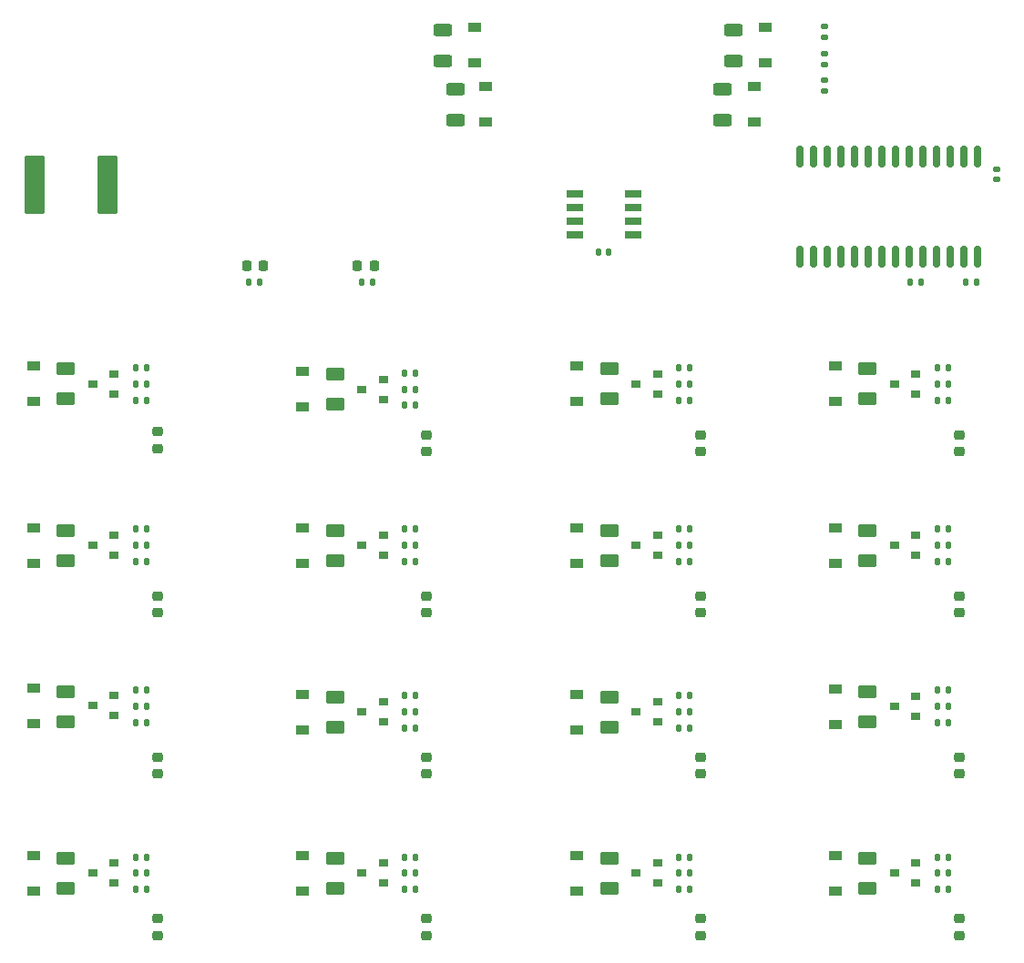
<source format=gbr>
G04 #@! TF.GenerationSoftware,KiCad,Pcbnew,(6.0.0)*
G04 #@! TF.CreationDate,2022-04-14T19:32:56-07:00*
G04 #@! TF.ProjectId,SolenoidController,536f6c65-6e6f-4696-9443-6f6e74726f6c,rev?*
G04 #@! TF.SameCoordinates,Original*
G04 #@! TF.FileFunction,Paste,Top*
G04 #@! TF.FilePolarity,Positive*
%FSLAX46Y46*%
G04 Gerber Fmt 4.6, Leading zero omitted, Abs format (unit mm)*
G04 Created by KiCad (PCBNEW (6.0.0)) date 2022-04-14 19:32:56*
%MOMM*%
%LPD*%
G01*
G04 APERTURE LIST*
G04 Aperture macros list*
%AMRoundRect*
0 Rectangle with rounded corners*
0 $1 Rounding radius*
0 $2 $3 $4 $5 $6 $7 $8 $9 X,Y pos of 4 corners*
0 Add a 4 corners polygon primitive as box body*
4,1,4,$2,$3,$4,$5,$6,$7,$8,$9,$2,$3,0*
0 Add four circle primitives for the rounded corners*
1,1,$1+$1,$2,$3*
1,1,$1+$1,$4,$5*
1,1,$1+$1,$6,$7*
1,1,$1+$1,$8,$9*
0 Add four rect primitives between the rounded corners*
20,1,$1+$1,$2,$3,$4,$5,0*
20,1,$1+$1,$4,$5,$6,$7,0*
20,1,$1+$1,$6,$7,$8,$9,0*
20,1,$1+$1,$8,$9,$2,$3,0*%
G04 Aperture macros list end*
%ADD10RoundRect,0.140000X-0.170000X0.140000X-0.170000X-0.140000X0.170000X-0.140000X0.170000X0.140000X0*%
%ADD11RoundRect,0.140000X0.140000X0.170000X-0.140000X0.170000X-0.140000X-0.170000X0.140000X-0.170000X0*%
%ADD12RoundRect,0.218750X-0.218750X-0.256250X0.218750X-0.256250X0.218750X0.256250X-0.218750X0.256250X0*%
%ADD13RoundRect,0.218750X0.218750X0.256250X-0.218750X0.256250X-0.218750X-0.256250X0.218750X-0.256250X0*%
%ADD14R,1.200000X0.900000*%
%ADD15RoundRect,0.218750X-0.256250X0.218750X-0.256250X-0.218750X0.256250X-0.218750X0.256250X0.218750X0*%
%ADD16RoundRect,0.250000X0.712500X2.475000X-0.712500X2.475000X-0.712500X-2.475000X0.712500X-2.475000X0*%
%ADD17RoundRect,0.250000X-0.625000X0.375000X-0.625000X-0.375000X0.625000X-0.375000X0.625000X0.375000X0*%
%ADD18R,0.900000X0.800000*%
%ADD19RoundRect,0.135000X0.135000X0.185000X-0.135000X0.185000X-0.135000X-0.185000X0.135000X-0.185000X0*%
%ADD20RoundRect,0.135000X-0.135000X-0.185000X0.135000X-0.185000X0.135000X0.185000X-0.135000X0.185000X0*%
%ADD21RoundRect,0.135000X0.185000X-0.135000X0.185000X0.135000X-0.185000X0.135000X-0.185000X-0.135000X0*%
%ADD22RoundRect,0.250000X0.625000X-0.312500X0.625000X0.312500X-0.625000X0.312500X-0.625000X-0.312500X0*%
%ADD23RoundRect,0.250000X-0.625000X0.312500X-0.625000X-0.312500X0.625000X-0.312500X0.625000X0.312500X0*%
%ADD24R,1.550000X0.700000*%
%ADD25RoundRect,0.150000X0.150000X-0.875000X0.150000X0.875000X-0.150000X0.875000X-0.150000X-0.875000X0*%
G04 APERTURE END LIST*
D10*
X146000000Y-67520000D03*
X146000000Y-68480000D03*
D11*
X109980000Y-75250000D03*
X109020000Y-75250000D03*
D12*
X76312500Y-76490000D03*
X77887500Y-76490000D03*
D13*
X88157500Y-76500000D03*
X86582500Y-76500000D03*
D14*
X124500000Y-54350000D03*
X124500000Y-57650000D03*
X123500000Y-63150000D03*
X123500000Y-59850000D03*
X98500000Y-63150000D03*
X98500000Y-59850000D03*
X97500000Y-54350000D03*
X97500000Y-57650000D03*
D15*
X68000000Y-137212500D03*
X68000000Y-138787500D03*
X68000000Y-122212500D03*
X68000000Y-123787500D03*
X68000000Y-107212500D03*
X68000000Y-108787500D03*
X68000000Y-91925000D03*
X68000000Y-93500000D03*
D14*
X56500000Y-131350000D03*
X56500000Y-134650000D03*
X56500000Y-115770000D03*
X56500000Y-119070000D03*
X56500000Y-100850000D03*
X56500000Y-104150000D03*
X56500000Y-85850000D03*
X56500000Y-89150000D03*
D15*
X93000000Y-137212500D03*
X93000000Y-138787500D03*
X93000000Y-122212500D03*
X93000000Y-123787500D03*
X93000000Y-107212500D03*
X93000000Y-108787500D03*
X93000000Y-92212500D03*
X93000000Y-93787500D03*
D14*
X81500000Y-131350000D03*
X81500000Y-134650000D03*
X81500000Y-116350000D03*
X81500000Y-119650000D03*
X81500000Y-100850000D03*
X81500000Y-104150000D03*
X81500000Y-86350000D03*
X81500000Y-89650000D03*
D15*
X118500000Y-137212500D03*
X118500000Y-138787500D03*
X118500000Y-122212500D03*
X118500000Y-123787500D03*
X118500000Y-107212500D03*
X118500000Y-108787500D03*
X118500000Y-92212500D03*
X118500000Y-93787500D03*
D14*
X107000000Y-131350000D03*
X107000000Y-134650000D03*
X107000000Y-116350000D03*
X107000000Y-119650000D03*
X107000000Y-100850000D03*
X107000000Y-104150000D03*
X107000000Y-85850000D03*
X107000000Y-89150000D03*
D15*
X142500000Y-137212500D03*
X142500000Y-138787500D03*
X142500000Y-122212500D03*
X142500000Y-123787500D03*
X142500000Y-107212500D03*
X142500000Y-108787500D03*
X142500000Y-92212500D03*
X142500000Y-93787500D03*
D14*
X131000000Y-131350000D03*
X131000000Y-134650000D03*
X131000000Y-115850000D03*
X131000000Y-119150000D03*
X131000000Y-100850000D03*
X131000000Y-104150000D03*
X131000000Y-85850000D03*
X131000000Y-89150000D03*
D16*
X63387500Y-69000000D03*
X56612500Y-69000000D03*
D17*
X59500000Y-131600000D03*
X59500000Y-134400000D03*
X59500000Y-116100000D03*
X59500000Y-118900000D03*
X59500000Y-101100000D03*
X59500000Y-103900000D03*
X59500000Y-86100000D03*
X59500000Y-88900000D03*
X84500000Y-131600000D03*
X84500000Y-134400000D03*
X84500000Y-116600000D03*
X84500000Y-119400000D03*
X84500000Y-101100000D03*
X84500000Y-103900000D03*
X84500000Y-86600000D03*
X84500000Y-89400000D03*
X110000000Y-131600000D03*
X110000000Y-134400000D03*
X110000000Y-116600000D03*
X110000000Y-119400000D03*
X110000000Y-101100000D03*
X110000000Y-103900000D03*
X110000000Y-86100000D03*
X110000000Y-88900000D03*
X134000000Y-131600000D03*
X134000000Y-134400000D03*
X134000000Y-116100000D03*
X134000000Y-118900000D03*
X134000000Y-101100000D03*
X134000000Y-103900000D03*
X134000000Y-86100000D03*
X134000000Y-88900000D03*
D18*
X64000000Y-133950000D03*
X64000000Y-132050000D03*
X62000000Y-133000000D03*
X64000000Y-118370000D03*
X64000000Y-116470000D03*
X62000000Y-117420000D03*
X64000000Y-103450000D03*
X64000000Y-101550000D03*
X62000000Y-102500000D03*
X64000000Y-88450000D03*
X64000000Y-86550000D03*
X62000000Y-87500000D03*
X89000000Y-133950000D03*
X89000000Y-132050000D03*
X87000000Y-133000000D03*
X89000000Y-118950000D03*
X89000000Y-117050000D03*
X87000000Y-118000000D03*
X89000000Y-103450000D03*
X89000000Y-101550000D03*
X87000000Y-102500000D03*
X89000000Y-88950000D03*
X89000000Y-87050000D03*
X87000000Y-88000000D03*
X114500000Y-133950000D03*
X114500000Y-132050000D03*
X112500000Y-133000000D03*
X114500000Y-118950000D03*
X114500000Y-117050000D03*
X112500000Y-118000000D03*
X114500000Y-103450000D03*
X114500000Y-101550000D03*
X112500000Y-102500000D03*
X114500000Y-88450000D03*
X114500000Y-86550000D03*
X112500000Y-87500000D03*
X138500000Y-133950000D03*
X138500000Y-132050000D03*
X136500000Y-133000000D03*
X138500000Y-118450000D03*
X138500000Y-116550000D03*
X136500000Y-117500000D03*
X138500000Y-103450000D03*
X138500000Y-101550000D03*
X136500000Y-102500000D03*
X138500000Y-88450000D03*
X138500000Y-86550000D03*
X136500000Y-87500000D03*
D19*
X77510000Y-78000000D03*
X76490000Y-78000000D03*
D20*
X86990000Y-78000000D03*
X88010000Y-78000000D03*
D21*
X130000000Y-60260000D03*
X130000000Y-59240000D03*
X130000000Y-57760000D03*
X130000000Y-56740000D03*
X130000000Y-55260000D03*
X130000000Y-54240000D03*
D22*
X121500000Y-57462500D03*
X121500000Y-54537500D03*
D23*
X120500000Y-60037500D03*
X120500000Y-62962500D03*
D19*
X144110000Y-78000000D03*
X143090000Y-78000000D03*
D23*
X95750000Y-60037500D03*
X95750000Y-62962500D03*
D22*
X94500000Y-57462500D03*
X94500000Y-54537500D03*
D19*
X67010000Y-131500000D03*
X65990000Y-131500000D03*
X67010000Y-116000000D03*
X65990000Y-116000000D03*
X67010000Y-101000000D03*
X65990000Y-101000000D03*
X67010000Y-86000000D03*
X65990000Y-86000000D03*
D20*
X65990000Y-133000000D03*
X67010000Y-133000000D03*
X65990000Y-117500000D03*
X67010000Y-117500000D03*
X65990000Y-102500000D03*
X67010000Y-102500000D03*
X65990000Y-87500000D03*
X67010000Y-87500000D03*
X65990000Y-134500000D03*
X67010000Y-134500000D03*
X65990000Y-119000000D03*
X67010000Y-119000000D03*
X65990000Y-104000000D03*
X67010000Y-104000000D03*
X65990000Y-89000000D03*
X67010000Y-89000000D03*
D19*
X92010000Y-131500000D03*
X90990000Y-131500000D03*
X92010000Y-116500000D03*
X90990000Y-116500000D03*
X92010000Y-101000000D03*
X90990000Y-101000000D03*
X92010000Y-86500000D03*
X90990000Y-86500000D03*
D20*
X90990000Y-133000000D03*
X92010000Y-133000000D03*
X90990000Y-118000000D03*
X92010000Y-118000000D03*
X90990000Y-102500000D03*
X92010000Y-102500000D03*
X90990000Y-88000000D03*
X92010000Y-88000000D03*
X90990000Y-134500000D03*
X92010000Y-134500000D03*
X90990000Y-119500000D03*
X92010000Y-119500000D03*
X90990000Y-104000000D03*
X92010000Y-104000000D03*
X90990000Y-89500000D03*
X92010000Y-89500000D03*
D19*
X117510000Y-131500000D03*
X116490000Y-131500000D03*
X117510000Y-116500000D03*
X116490000Y-116500000D03*
X117510000Y-101000000D03*
X116490000Y-101000000D03*
X117510000Y-86000000D03*
X116490000Y-86000000D03*
D20*
X116490000Y-133000000D03*
X117510000Y-133000000D03*
X116490000Y-118000000D03*
X117510000Y-118000000D03*
X116490000Y-102500000D03*
X117510000Y-102500000D03*
X116490000Y-87500000D03*
X117510000Y-87500000D03*
X116490000Y-134500000D03*
X117510000Y-134500000D03*
X116490000Y-119500000D03*
X117510000Y-119500000D03*
X116490000Y-104000000D03*
X117510000Y-104000000D03*
X116490000Y-89000000D03*
X117510000Y-89000000D03*
D19*
X141510000Y-131500000D03*
X140490000Y-131500000D03*
X141510000Y-116000000D03*
X140490000Y-116000000D03*
X141510000Y-101000000D03*
X140490000Y-101000000D03*
X141510000Y-86000000D03*
X140490000Y-86000000D03*
D20*
X140490000Y-133000000D03*
X141510000Y-133000000D03*
X140490000Y-117500000D03*
X141510000Y-117500000D03*
X140490000Y-102500000D03*
X141510000Y-102500000D03*
X140490000Y-87500000D03*
X141510000Y-87500000D03*
X140490000Y-134500000D03*
X141510000Y-134500000D03*
X140490000Y-119000000D03*
X141510000Y-119000000D03*
X140490000Y-104000000D03*
X141510000Y-104000000D03*
X140490000Y-89000000D03*
X141510000Y-89000000D03*
D24*
X112225000Y-73655000D03*
X112225000Y-72385000D03*
X112225000Y-71115000D03*
X112225000Y-69845000D03*
X106775000Y-69845000D03*
X106775000Y-71115000D03*
X106775000Y-72385000D03*
X106775000Y-73655000D03*
D25*
X127745000Y-75650000D03*
X129015000Y-75650000D03*
X130285000Y-75650000D03*
X131555000Y-75650000D03*
X132825000Y-75650000D03*
X134095000Y-75650000D03*
X135365000Y-75650000D03*
X136635000Y-75650000D03*
X137905000Y-75650000D03*
X139175000Y-75650000D03*
X140445000Y-75650000D03*
X141715000Y-75650000D03*
X142985000Y-75650000D03*
X144255000Y-75650000D03*
X144255000Y-66350000D03*
X142985000Y-66350000D03*
X141715000Y-66350000D03*
X140445000Y-66350000D03*
X139175000Y-66350000D03*
X137905000Y-66350000D03*
X136635000Y-66350000D03*
X135365000Y-66350000D03*
X134095000Y-66350000D03*
X132825000Y-66350000D03*
X131555000Y-66350000D03*
X130285000Y-66350000D03*
X129015000Y-66350000D03*
X127745000Y-66350000D03*
D20*
X137990000Y-78000000D03*
X139010000Y-78000000D03*
M02*

</source>
